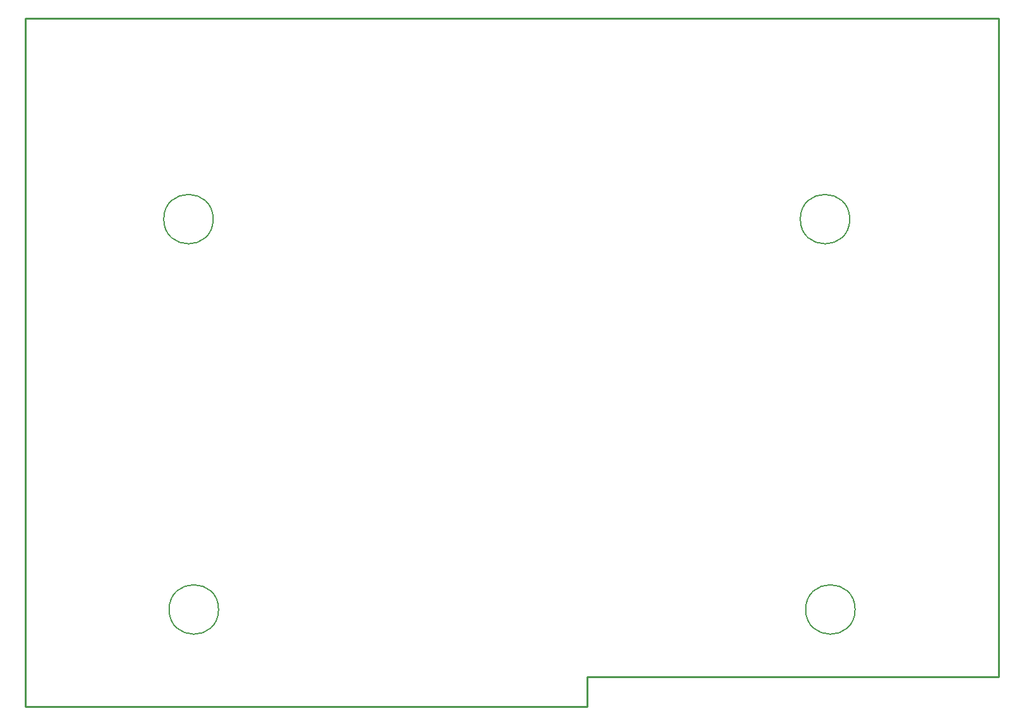
<source format=gko>
G04*
G04 #@! TF.GenerationSoftware,Altium Limited,Altium Designer,18.1.9 (240)*
G04*
G04 Layer_Color=16711935*
%FSLAX44Y44*%
%MOMM*%
G71*
G01*
G75*
%ADD12C,0.2032*%
%ADD14C,0.2540*%
D12*
X250835Y651500D02*
G03*
X250835Y651500I-33020J0D01*
G01*
X1100835D02*
G03*
X1100835Y651500I-33020J0D01*
G01*
X258020Y130000D02*
G03*
X258020Y130000I-33020J0D01*
G01*
X1108020D02*
G03*
X1108020Y130000I-33020J0D01*
G01*
D14*
X0Y0D02*
Y920000D01*
X1300000D01*
Y40000D02*
Y920000D01*
X750000Y40000D02*
X1300000D01*
X750000Y0D02*
Y40000D01*
X0Y0D02*
X750000D01*
M02*

</source>
